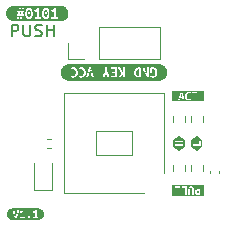
<source format=gbr>
%TF.GenerationSoftware,KiCad,Pcbnew,6.0.7+dfsg-1~bpo11+1*%
%TF.CreationDate,2022-09-24T09:45:49+00:00*%
%TF.ProjectId,0101-PUSH,30313031-2d50-4555-9348-2e6b69636164,V1.1*%
%TF.SameCoordinates,Original*%
%TF.FileFunction,Legend,Top*%
%TF.FilePolarity,Positive*%
%FSLAX46Y46*%
G04 Gerber Fmt 4.6, Leading zero omitted, Abs format (unit mm)*
G04 Created by KiCad (PCBNEW 6.0.7+dfsg-1~bpo11+1) date 2022-09-24 09:45:49*
%MOMM*%
%LPD*%
G01*
G04 APERTURE LIST*
%ADD10C,0.150000*%
%ADD11C,0.120000*%
G04 APERTURE END LIST*
D10*
X1135595Y16347620D02*
X1135595Y17347620D01*
X1516547Y17347620D01*
X1611785Y17300000D01*
X1659404Y17252381D01*
X1707023Y17157143D01*
X1707023Y17014286D01*
X1659404Y16919048D01*
X1611785Y16871429D01*
X1516547Y16823810D01*
X1135595Y16823810D01*
X2135595Y17347620D02*
X2135595Y16538096D01*
X2183214Y16442858D01*
X2230833Y16395239D01*
X2326071Y16347620D01*
X2516547Y16347620D01*
X2611785Y16395239D01*
X2659404Y16442858D01*
X2707023Y16538096D01*
X2707023Y17347620D01*
X3135595Y16395239D02*
X3278452Y16347620D01*
X3516547Y16347620D01*
X3611785Y16395239D01*
X3659404Y16442858D01*
X3707023Y16538096D01*
X3707023Y16633334D01*
X3659404Y16728572D01*
X3611785Y16776191D01*
X3516547Y16823810D01*
X3326071Y16871429D01*
X3230833Y16919048D01*
X3183214Y16966667D01*
X3135595Y17061905D01*
X3135595Y17157143D01*
X3183214Y17252381D01*
X3230833Y17300000D01*
X3326071Y17347620D01*
X3564166Y17347620D01*
X3707023Y17300000D01*
X4135595Y16347620D02*
X4135595Y17347620D01*
X4135595Y16871429D02*
X4707023Y16871429D01*
X4707023Y16347620D02*
X4707023Y17347620D01*
D11*
%TO.C,C1*%
X18660000Y4772164D02*
X18660000Y4987836D01*
X17940000Y4772164D02*
X17940000Y4987836D01*
%TO.C,D1*%
X3065000Y3315000D02*
X4535000Y3315000D01*
X4535000Y3315000D02*
X4535000Y5600000D01*
X3065000Y5600000D02*
X3065000Y3315000D01*
%TO.C,J1*%
X8530000Y14470000D02*
X13670000Y14470000D01*
X13670000Y14470000D02*
X13670000Y17130000D01*
X7260000Y14470000D02*
X5930000Y14470000D01*
X8530000Y17130000D02*
X13670000Y17130000D01*
X8530000Y14470000D02*
X8530000Y17130000D01*
X5930000Y14470000D02*
X5930000Y15800000D01*
%TO.C,R1*%
X14777500Y5462258D02*
X14777500Y4987742D01*
X15822500Y5462258D02*
X15822500Y4987742D01*
%TO.C,R2*%
X16277500Y4987742D02*
X16277500Y5462258D01*
X17322500Y4987742D02*
X17322500Y5462258D01*
%TO.C,R3*%
X15822500Y9137742D02*
X15822500Y9612258D01*
X14777500Y9137742D02*
X14777500Y9612258D01*
%TO.C,R4*%
X17322500Y9612258D02*
X17322500Y9137742D01*
X16277500Y9612258D02*
X16277500Y9137742D01*
%TO.C,R5*%
X4156359Y7680000D02*
X4463641Y7680000D01*
X4156359Y6920000D02*
X4463641Y6920000D01*
%TO.C,SW1*%
X5550000Y3050000D02*
X12300000Y3050000D01*
X14050000Y4800000D02*
X14050000Y11550000D01*
X8300000Y8300000D02*
X8300000Y6300000D01*
X5550000Y11550000D02*
X5550000Y3050000D01*
X11300000Y6300000D02*
X11300000Y8300000D01*
X14050000Y11550000D02*
X5550000Y11550000D01*
X11300000Y8300000D02*
X8300000Y8300000D01*
X8300000Y6300000D02*
X11300000Y6300000D01*
%TO.C,kibuzzard-6324301C*%
G36*
X11919868Y13583369D02*
G01*
X11919868Y13022029D01*
X11895579Y13018655D01*
X11871291Y13017981D01*
X11780883Y13041595D01*
X11725558Y13104341D01*
X11697221Y13194749D01*
X11689125Y13300000D01*
X11691655Y13359541D01*
X11699245Y13414022D01*
X11732980Y13503756D01*
X11795051Y13563128D01*
X11890182Y13584718D01*
X11905025Y13584718D01*
X11919868Y13583369D01*
G37*
G36*
X13654372Y14013516D02*
G01*
X13723971Y14003192D01*
X13792222Y13986096D01*
X13858469Y13962392D01*
X13922074Y13932309D01*
X13982423Y13896137D01*
X14038937Y13854224D01*
X14091070Y13806973D01*
X14138321Y13754840D01*
X14180234Y13698326D01*
X14216407Y13637976D01*
X14246489Y13574372D01*
X14270193Y13508125D01*
X14287289Y13439874D01*
X14297613Y13370275D01*
X14301065Y13300000D01*
X14297613Y13229725D01*
X14287289Y13160126D01*
X14270193Y13091875D01*
X14246489Y13025628D01*
X14216407Y12962024D01*
X14180234Y12901674D01*
X14138321Y12845160D01*
X14091070Y12793027D01*
X14038937Y12745776D01*
X13982423Y12703863D01*
X13922074Y12667691D01*
X13858469Y12637608D01*
X13792222Y12613904D01*
X13723971Y12596808D01*
X13654372Y12586484D01*
X13584097Y12583032D01*
X6015903Y12583032D01*
X5945628Y12586484D01*
X5876029Y12596808D01*
X5807778Y12613904D01*
X5741531Y12637608D01*
X5677926Y12667691D01*
X5617577Y12703863D01*
X5561063Y12745776D01*
X5508930Y12793027D01*
X5461679Y12845160D01*
X5419766Y12901674D01*
X5383593Y12962024D01*
X5353511Y13025628D01*
X5329807Y13091875D01*
X5312711Y13160126D01*
X5302387Y13229725D01*
X5298935Y13300000D01*
X5302387Y13370275D01*
X5312711Y13439874D01*
X5329807Y13508125D01*
X5353511Y13574372D01*
X5383593Y13637976D01*
X5407478Y13677825D01*
X6128351Y13677825D01*
X6170181Y13546936D01*
X6238325Y13576622D01*
X6345600Y13591465D01*
X6441912Y13572405D01*
X6506850Y13515225D01*
X6534213Y13456977D01*
X6550630Y13383886D01*
X6556103Y13295952D01*
X6551548Y13220387D01*
X6537886Y13158316D01*
X6490658Y13069932D01*
X6424538Y13022703D01*
X6348299Y13008535D01*
X6247770Y13022703D01*
X6172880Y13057112D01*
X6129700Y12924874D01*
X6157362Y12908681D01*
X6202566Y12888441D01*
X6265312Y12871573D01*
X6345600Y12864152D01*
X6424707Y12871405D01*
X6497405Y12893163D01*
X6562175Y12928922D01*
X6617499Y12978174D01*
X6662534Y13040414D01*
X6696438Y13115136D01*
X6717690Y13201833D01*
X6724774Y13300000D01*
X6718955Y13398589D01*
X6701498Y13485202D01*
X6672402Y13559839D01*
X6631668Y13622501D01*
X6568967Y13677825D01*
X6803038Y13677825D01*
X6844869Y13546936D01*
X6913012Y13576622D01*
X7020288Y13591465D01*
X7116599Y13572405D01*
X7181538Y13515225D01*
X7208900Y13456977D01*
X7225318Y13383886D01*
X7230790Y13295952D01*
X7226236Y13220387D01*
X7212573Y13158316D01*
X7165345Y13069932D01*
X7099226Y13022703D01*
X7022986Y13008535D01*
X6922458Y13022703D01*
X6847568Y13057112D01*
X6804388Y12924874D01*
X6832050Y12908681D01*
X6877254Y12888441D01*
X6940000Y12871573D01*
X7020288Y12864152D01*
X7099395Y12871405D01*
X7138279Y12883043D01*
X7452088Y12883043D01*
X7626157Y12883043D01*
X7638301Y12953211D01*
X7653144Y13034173D01*
X7670012Y13121714D01*
X7688228Y13211616D01*
X7707794Y13302024D01*
X7728709Y13391083D01*
X7750299Y13474575D01*
X7771889Y13548285D01*
X7793648Y13473563D01*
X7815744Y13389733D01*
X7837334Y13300675D01*
X7857575Y13210267D01*
X7876297Y13120533D01*
X7893333Y13033498D01*
X7907502Y12953042D01*
X7917622Y12883043D01*
X8093041Y12883043D01*
X8801463Y12883043D01*
X8972833Y12883043D01*
X9005893Y12980198D01*
X9024447Y13033836D01*
X9043675Y13086799D01*
X9082807Y13186652D01*
X9117216Y13264916D01*
X9157023Y13177038D01*
X9195480Y13080727D01*
X9231576Y12981041D01*
X9264298Y12883043D01*
X9442416Y12883043D01*
X9407707Y12973376D01*
X9371948Y13060861D01*
X9335140Y13145497D01*
X9295784Y13229383D01*
X9252379Y13314618D01*
X9204926Y13401203D01*
X9204926Y13580670D01*
X9513933Y13580670D01*
X9883661Y13580670D01*
X9883661Y13345879D01*
X9588148Y13345879D01*
X9588148Y13208242D01*
X9883661Y13208242D01*
X9883661Y13020679D01*
X9543619Y13020679D01*
X9543619Y12883043D01*
X10049634Y12883043D01*
X10049634Y13718306D01*
X10149488Y13718306D01*
X10171415Y13658090D01*
X10199415Y13596188D01*
X10232306Y13534117D01*
X10268908Y13473395D01*
X10308546Y13415203D01*
X10350545Y13360722D01*
X10393388Y13311132D01*
X10435556Y13267615D01*
X10394568Y13218025D01*
X10355268Y13166412D01*
X10317991Y13114292D01*
X10283076Y13063185D01*
X10251197Y13013595D01*
X10223029Y12966030D01*
X10177825Y12883043D01*
X10365388Y12883043D01*
X10405869Y12964006D01*
X10459170Y13054414D01*
X10520566Y13146171D01*
X10582638Y13229832D01*
X10582638Y12883043D01*
X10748611Y12883043D01*
X10748611Y13300000D01*
X11520453Y13300000D01*
X11527031Y13194917D01*
X11546766Y13106365D01*
X11578308Y13033161D01*
X11620307Y12974126D01*
X11672764Y12929091D01*
X11735678Y12897886D01*
X11807364Y12879670D01*
X11886134Y12873597D01*
X11979241Y12877646D01*
X12014772Y12883043D01*
X12220779Y12883043D01*
X12370559Y12883043D01*
X12370559Y13397155D01*
X12394342Y13344529D01*
X12422510Y13283807D01*
X12454221Y13218025D01*
X12488630Y13150219D01*
X12524894Y13081233D01*
X12562171Y13011908D01*
X12599953Y12944946D01*
X12637736Y12883043D01*
X12771324Y12883043D01*
X12771324Y12924874D01*
X12881973Y12924874D01*
X12909635Y12908681D01*
X12956188Y12888441D01*
X13022982Y12871573D01*
X13110017Y12864152D01*
X13183220Y12871067D01*
X13251701Y12891814D01*
X13313435Y12926392D01*
X13366398Y12974801D01*
X13409915Y13036703D01*
X13443313Y13111762D01*
X13464565Y13199640D01*
X13471649Y13300000D01*
X13465577Y13401372D01*
X13447361Y13489587D01*
X13418012Y13564478D01*
X13378543Y13625874D01*
X13329459Y13673777D01*
X13271267Y13708186D01*
X13204642Y13728933D01*
X13130258Y13735848D01*
X13047777Y13732475D01*
X12978453Y13722354D01*
X12886021Y13698066D01*
X12886021Y13281109D01*
X13051994Y13281109D01*
X13051994Y13586067D01*
X13084379Y13590116D01*
X13116764Y13591465D01*
X13197389Y13573754D01*
X13255749Y13520623D01*
X13281987Y13464624D01*
X13297730Y13391083D01*
X13302978Y13300000D01*
X13300110Y13238097D01*
X13291508Y13181930D01*
X13253725Y13090172D01*
X13186931Y13030125D01*
X13087078Y13008535D01*
X12998019Y13023378D01*
X12925153Y13057112D01*
X12881973Y12924874D01*
X12771324Y12924874D01*
X12771324Y13718306D01*
X12621543Y13718306D01*
X12621543Y13163713D01*
X12571391Y13256295D01*
X12523489Y13348727D01*
X12477835Y13441010D01*
X12434430Y13533292D01*
X12393274Y13625724D01*
X12354367Y13718306D01*
X12220779Y13718306D01*
X12220779Y12883043D01*
X12014772Y12883043D01*
X12085841Y12893838D01*
X12085841Y13708861D01*
X11994758Y13724378D01*
X11907724Y13729101D01*
X11826255Y13723198D01*
X11751871Y13705487D01*
X11685920Y13674958D01*
X11629753Y13630597D01*
X11584042Y13571730D01*
X11549465Y13497683D01*
X11527706Y13407444D01*
X11520453Y13300000D01*
X10748611Y13300000D01*
X10748611Y13718306D01*
X10582638Y13718306D01*
X10582638Y13336433D01*
X10511795Y13412673D01*
X10475531Y13459564D01*
X10440953Y13509828D01*
X10408737Y13562453D01*
X10379557Y13616428D01*
X10337051Y13718306D01*
X10149488Y13718306D01*
X10049634Y13718306D01*
X9513933Y13718306D01*
X9513933Y13580670D01*
X9204926Y13580670D01*
X9204926Y13718306D01*
X9037603Y13718306D01*
X9037603Y13399854D01*
X9001170Y13334578D01*
X8967436Y13270988D01*
X8936063Y13208074D01*
X8906714Y13144822D01*
X8879052Y13081064D01*
X8852739Y13016631D01*
X8827101Y12950849D01*
X8801463Y12883043D01*
X8093041Y12883043D01*
X8077523Y12958608D01*
X8055258Y13053064D01*
X8037416Y13123757D01*
X8018075Y13197298D01*
X7997235Y13273687D01*
X7975195Y13351576D01*
X7952256Y13429615D01*
X7928417Y13507804D01*
X7892996Y13619127D01*
X7859599Y13718306D01*
X7688228Y13718306D01*
X7662440Y13646415D01*
X7637252Y13572874D01*
X7612663Y13497683D01*
X7589049Y13422118D01*
X7566784Y13347453D01*
X7545869Y13273687D01*
X7517195Y13166243D01*
X7491894Y13063859D01*
X7470135Y12968728D01*
X7452088Y12883043D01*
X7138279Y12883043D01*
X7172092Y12893163D01*
X7236862Y12928922D01*
X7292187Y12978174D01*
X7337222Y13040414D01*
X7371125Y13115136D01*
X7392378Y13201833D01*
X7399462Y13300000D01*
X7393643Y13398589D01*
X7376185Y13485202D01*
X7347089Y13559839D01*
X7306355Y13622501D01*
X7234988Y13685471D01*
X7145030Y13723254D01*
X7036480Y13735848D01*
X6962770Y13731294D01*
X6898169Y13717632D01*
X6803038Y13677825D01*
X6568967Y13677825D01*
X6560301Y13685471D01*
X6470342Y13723254D01*
X6361793Y13735848D01*
X6288083Y13731294D01*
X6223482Y13717632D01*
X6128351Y13677825D01*
X5407478Y13677825D01*
X5419766Y13698326D01*
X5461679Y13754840D01*
X5508930Y13806973D01*
X5561063Y13854224D01*
X5617577Y13896137D01*
X5677926Y13932309D01*
X5741531Y13962392D01*
X5807778Y13986096D01*
X5876029Y14003192D01*
X5945628Y14013516D01*
X6015903Y14016968D01*
X13584097Y14016968D01*
X13654372Y14013516D01*
G37*
%TO.C,kibuzzard-631DDDB8*%
G36*
X4030806Y17989961D02*
G01*
X3967583Y18009785D01*
X3920792Y18069257D01*
X3899361Y18130296D01*
X3886502Y18207687D01*
X3882216Y18301429D01*
X3882875Y18315716D01*
X3952224Y18315716D01*
X3973656Y18249279D01*
X4032234Y18221419D01*
X4088670Y18249279D01*
X4110816Y18315716D01*
X4088670Y18382867D01*
X4032234Y18411442D01*
X3973656Y18382867D01*
X3952224Y18315716D01*
X3882875Y18315716D01*
X3886502Y18394377D01*
X3899361Y18471291D01*
X3920792Y18532172D01*
X3967583Y18591644D01*
X4030806Y18611467D01*
X4094921Y18591644D01*
X4141534Y18532172D01*
X4162568Y18471291D01*
X4175189Y18394377D01*
X4179396Y18301429D01*
X4175189Y18207687D01*
X4162568Y18130296D01*
X4141534Y18069257D01*
X4094921Y18009785D01*
X4032234Y17990403D01*
X4030806Y17989961D01*
G37*
G36*
X2602056Y17989961D02*
G01*
X2538833Y18009785D01*
X2492042Y18069257D01*
X2470611Y18130296D01*
X2457752Y18207687D01*
X2453466Y18301429D01*
X2454125Y18315716D01*
X2523474Y18315716D01*
X2544906Y18249279D01*
X2603484Y18221419D01*
X2659920Y18249279D01*
X2682066Y18315716D01*
X2659920Y18382867D01*
X2603484Y18411442D01*
X2544906Y18382867D01*
X2523474Y18315716D01*
X2454125Y18315716D01*
X2457752Y18394377D01*
X2470611Y18471291D01*
X2492042Y18532172D01*
X2538833Y18591644D01*
X2602056Y18611467D01*
X2666171Y18591644D01*
X2712784Y18532172D01*
X2733818Y18471291D01*
X2746439Y18394377D01*
X2750646Y18301429D01*
X2746439Y18207687D01*
X2733818Y18130296D01*
X2712784Y18069257D01*
X2666171Y18009785D01*
X2603484Y17990403D01*
X2602056Y17989961D01*
G37*
G36*
X1238003Y17663002D02*
G01*
X1175869Y17672219D01*
X1114937Y17687482D01*
X1055794Y17708643D01*
X999011Y17735500D01*
X945133Y17767793D01*
X894680Y17805211D01*
X848137Y17847395D01*
X805954Y17893938D01*
X768535Y17944391D01*
X736242Y17998268D01*
X709385Y18055052D01*
X702002Y18075686D01*
X1556211Y18075686D01*
X1641936Y18075686D01*
X1600502Y17857087D01*
X1746234Y17857087D01*
X1786239Y18075686D01*
X1900539Y18075686D01*
X1859106Y17857087D01*
X2004838Y17857087D01*
X2046272Y18075686D01*
X2220579Y18075686D01*
X2220579Y18221419D01*
X2073418Y18221419D01*
X2088693Y18301429D01*
X2294874Y18301429D01*
X2299786Y18191772D01*
X2314520Y18097117D01*
X2339076Y18017465D01*
X2373456Y17952814D01*
X2433781Y17889314D01*
X2509981Y17851214D01*
X2602056Y17838514D01*
X2694131Y17851214D01*
X2770331Y17889314D01*
X2830656Y17952814D01*
X2865035Y18017465D01*
X2889592Y18097117D01*
X2904326Y18191772D01*
X2909237Y18301429D01*
X2904326Y18410416D01*
X2889592Y18504490D01*
X2873248Y18557175D01*
X3027823Y18557175D01*
X3084973Y18411442D01*
X3172127Y18446447D01*
X3263567Y18497167D01*
X3263567Y18002820D01*
X3077829Y18002820D01*
X3077829Y17857087D01*
X3615039Y17857087D01*
X3615039Y18002820D01*
X3439303Y18002820D01*
X3439303Y18301429D01*
X3723624Y18301429D01*
X3728536Y18191772D01*
X3743270Y18097117D01*
X3767826Y18017465D01*
X3802206Y17952814D01*
X3862531Y17889314D01*
X3938731Y17851214D01*
X4030806Y17838514D01*
X4122881Y17851214D01*
X4199081Y17889314D01*
X4259406Y17952814D01*
X4293785Y18017465D01*
X4318342Y18097117D01*
X4333076Y18191772D01*
X4337987Y18301429D01*
X4333076Y18410416D01*
X4318342Y18504490D01*
X4301998Y18557175D01*
X4456573Y18557175D01*
X4513723Y18411442D01*
X4600877Y18446447D01*
X4692317Y18497167D01*
X4692317Y18002820D01*
X4506579Y18002820D01*
X4506579Y17857087D01*
X5043789Y17857087D01*
X5043789Y18002820D01*
X4868053Y18002820D01*
X4868053Y18741484D01*
X4748038Y18741484D01*
X4686602Y18685762D01*
X4610878Y18634328D01*
X4530868Y18590036D01*
X4456573Y18557175D01*
X4301998Y18557175D01*
X4293785Y18583652D01*
X4259406Y18647901D01*
X4199081Y18711004D01*
X4122881Y18748866D01*
X4030806Y18761486D01*
X3940159Y18748786D01*
X3864436Y18710686D01*
X3803634Y18647186D01*
X3768630Y18582714D01*
X3743627Y18503597D01*
X3728625Y18409835D01*
X3723624Y18301429D01*
X3439303Y18301429D01*
X3439303Y18741484D01*
X3319288Y18741484D01*
X3257852Y18685762D01*
X3182128Y18634328D01*
X3102118Y18590036D01*
X3027823Y18557175D01*
X2873248Y18557175D01*
X2865035Y18583652D01*
X2830656Y18647901D01*
X2770331Y18711004D01*
X2694131Y18748866D01*
X2602056Y18761486D01*
X2511409Y18748786D01*
X2435686Y18710686D01*
X2374884Y18647186D01*
X2339880Y18582714D01*
X2314877Y18503597D01*
X2299875Y18409835D01*
X2294874Y18301429D01*
X2088693Y18301429D01*
X2103422Y18378581D01*
X2220579Y18378581D01*
X2220579Y18524314D01*
X2131997Y18524314D01*
X2173431Y18741484D01*
X2027698Y18741484D01*
X1986264Y18524314D01*
X1871964Y18524314D01*
X1914827Y18741484D01*
X1769094Y18741484D01*
X1727661Y18524314D01*
X1556211Y18524314D01*
X1556211Y18378581D01*
X1699086Y18378581D01*
X1669082Y18221419D01*
X1556211Y18221419D01*
X1556211Y18075686D01*
X702002Y18075686D01*
X688224Y18114195D01*
X672961Y18175127D01*
X663744Y18237261D01*
X660662Y18300000D01*
X663744Y18362739D01*
X672961Y18424873D01*
X688224Y18485805D01*
X709385Y18544948D01*
X736242Y18601732D01*
X768535Y18655609D01*
X805954Y18706062D01*
X848137Y18752605D01*
X894680Y18794789D01*
X945133Y18832207D01*
X999011Y18864500D01*
X1055794Y18891357D01*
X1114937Y18912518D01*
X1175869Y18927781D01*
X1238003Y18936998D01*
X1300742Y18940080D01*
X5299258Y18940080D01*
X5361997Y18936998D01*
X5424131Y18927781D01*
X5485063Y18912518D01*
X5544206Y18891357D01*
X5600989Y18864500D01*
X5654867Y18832207D01*
X5705320Y18794789D01*
X5751863Y18752605D01*
X5794046Y18706062D01*
X5831465Y18655609D01*
X5863758Y18601732D01*
X5890615Y18544948D01*
X5911776Y18485805D01*
X5927039Y18424873D01*
X5936256Y18362739D01*
X5939338Y18300000D01*
X5936256Y18237261D01*
X5927039Y18175127D01*
X5911776Y18114195D01*
X5890615Y18055052D01*
X5863758Y17998268D01*
X5831465Y17944391D01*
X5794046Y17893938D01*
X5751863Y17847395D01*
X5705320Y17805211D01*
X5654867Y17767793D01*
X5600989Y17735500D01*
X5544206Y17708643D01*
X5485063Y17687482D01*
X5424131Y17672219D01*
X5361997Y17663002D01*
X5299258Y17659920D01*
X1300742Y17659920D01*
X1238003Y17663002D01*
G37*
G36*
X1929114Y18221419D02*
G01*
X1814814Y18221419D01*
X1844818Y18378581D01*
X1957689Y18378581D01*
X1929114Y18221419D01*
G37*
%TO.C,kibuzzard-63243468*%
G36*
X16800000Y6678219D02*
G01*
X16317162Y7000111D01*
X16317162Y7083862D01*
X16456068Y7083862D01*
X17143932Y7083862D01*
X17143932Y7516138D01*
X17030584Y7516138D01*
X17030584Y7221657D01*
X16456068Y7221657D01*
X16456068Y7083862D01*
X16317162Y7083862D01*
X16317162Y7599889D01*
X16800000Y7921781D01*
X17282838Y7599889D01*
X17282838Y7000111D01*
X16800000Y6678219D01*
G37*
%TO.C,kibuzzard-63243779*%
G36*
X17399499Y2852351D02*
G01*
X14700501Y2852351D01*
X14700501Y3527251D01*
X14990979Y3527251D01*
X15285460Y3527251D01*
X15285460Y2952734D01*
X15423255Y2952734D01*
X15423255Y3527251D01*
X15546604Y3527251D01*
X15841085Y3527251D01*
X15841085Y2952734D01*
X15978880Y2952734D01*
X16101118Y2952734D01*
X16237801Y2952734D01*
X16237801Y3381677D01*
X16242246Y3454464D01*
X16257804Y3502248D01*
X16287808Y3528362D01*
X16335591Y3536141D01*
X16383375Y3528362D01*
X16412823Y3502803D01*
X16427825Y3455575D01*
X16432270Y3382788D01*
X16432270Y2952734D01*
X16570065Y2952734D01*
X16570065Y3174984D01*
X16644519Y3174984D01*
X16652544Y3101086D01*
X16676622Y3042375D01*
X16716750Y2998851D01*
X16771448Y2968909D01*
X16839234Y2950944D01*
X16920109Y2944956D01*
X16963448Y2946067D01*
X17013454Y2948845D01*
X17064016Y2953846D01*
X17109021Y2961624D01*
X17109021Y3640598D01*
X16972338Y3640598D01*
X16972338Y3408347D01*
X16923443Y3408347D01*
X16841272Y3402235D01*
X16772559Y3383899D01*
X16717306Y3353340D01*
X16676868Y3309075D01*
X16652606Y3249623D01*
X16644519Y3174984D01*
X16570065Y3174984D01*
X16570065Y3391678D01*
X16567287Y3448908D01*
X16558953Y3500581D01*
X16543951Y3545864D01*
X16521170Y3583924D01*
X16449494Y3636709D01*
X16399071Y3650460D01*
X16337814Y3655044D01*
X16275584Y3650460D01*
X16224466Y3636709D01*
X16183350Y3614345D01*
X16151124Y3583924D01*
X16127510Y3545864D01*
X16112230Y3500581D01*
X16103896Y3448908D01*
X16101118Y3391678D01*
X16101118Y2952734D01*
X15978880Y2952734D01*
X15978880Y3640598D01*
X15546604Y3640598D01*
X15546604Y3527251D01*
X15423255Y3527251D01*
X15423255Y3640598D01*
X14990979Y3640598D01*
X14990979Y3527251D01*
X14700501Y3527251D01*
X14700501Y3747649D01*
X17399499Y3747649D01*
X17399499Y2852351D01*
G37*
G36*
X16972338Y3067193D02*
G01*
X16938444Y3064415D01*
X16904551Y3063859D01*
X16855517Y3070110D01*
X16817318Y3088863D01*
X16792732Y3122617D01*
X16784536Y3173873D01*
X16792871Y3227908D01*
X16817874Y3263329D01*
X16859268Y3282915D01*
X16916775Y3289443D01*
X16972338Y3289443D01*
X16972338Y3067193D01*
G37*
%TO.C,kibuzzard-632ECE43*%
G36*
X1170736Y813404D02*
G01*
X1123272Y820445D01*
X1076726Y832104D01*
X1031548Y848269D01*
X988172Y868785D01*
X947015Y893453D01*
X908475Y922037D01*
X872921Y954260D01*
X840698Y989813D01*
X812114Y1028354D01*
X787446Y1069511D01*
X766930Y1112887D01*
X750765Y1158065D01*
X739106Y1204611D01*
X732066Y1252075D01*
X729711Y1300000D01*
X732066Y1347925D01*
X739106Y1395389D01*
X750765Y1441935D01*
X766930Y1487113D01*
X787446Y1530489D01*
X812114Y1571646D01*
X840698Y1610187D01*
X872921Y1645740D01*
X877670Y1650044D01*
X1218754Y1650044D01*
X1231533Y1587814D01*
X1249869Y1510026D01*
X1264562Y1451809D01*
X1280490Y1391246D01*
X1297653Y1328337D01*
X1315803Y1264193D01*
X1334694Y1199926D01*
X1354326Y1135535D01*
X1383497Y1043857D01*
X1411000Y962180D01*
X1552129Y962180D01*
X1573366Y1021385D01*
X1594109Y1081948D01*
X1614359Y1143869D01*
X1633806Y1206099D01*
X1652141Y1267589D01*
X1669366Y1328337D01*
X1692980Y1416820D01*
X1713816Y1501136D01*
X1715087Y1506693D01*
X1813273Y1506693D01*
X1857723Y1393345D01*
X1925509Y1420571D01*
X1996629Y1460020D01*
X1996629Y1075528D01*
X1852166Y1075528D01*
X1852166Y962180D01*
X2269996Y962180D01*
X2269996Y1049969D01*
X2494469Y1049969D01*
X2502803Y1007186D01*
X2525028Y976071D01*
X2556699Y956624D01*
X2594481Y949956D01*
X2663379Y975515D01*
X2693383Y1049969D01*
X2663379Y1122200D01*
X2594481Y1147759D01*
X2556699Y1141091D01*
X2525028Y1122200D01*
X2502803Y1091641D01*
X2494469Y1049969D01*
X2269996Y1049969D01*
X2269996Y1075528D01*
X2133313Y1075528D01*
X2133313Y1506693D01*
X2924523Y1506693D01*
X2968973Y1393345D01*
X3036759Y1420571D01*
X3107879Y1460020D01*
X3107879Y1075528D01*
X2963416Y1075528D01*
X2963416Y962180D01*
X3381246Y962180D01*
X3381246Y1075528D01*
X3244563Y1075528D01*
X3244563Y1650044D01*
X3151218Y1650044D01*
X3103434Y1606705D01*
X3044538Y1566700D01*
X2982308Y1532251D01*
X2924523Y1506693D01*
X2133313Y1506693D01*
X2133313Y1650044D01*
X2039968Y1650044D01*
X1992184Y1606705D01*
X1933288Y1566700D01*
X1871058Y1532251D01*
X1813273Y1506693D01*
X1715087Y1506693D01*
X1731735Y1579479D01*
X1746598Y1650044D01*
X1603246Y1650044D01*
X1593245Y1592259D01*
X1581021Y1525584D01*
X1567131Y1453491D01*
X1552129Y1379454D01*
X1536016Y1305001D01*
X1518791Y1231658D01*
X1501011Y1162900D01*
X1483231Y1102198D01*
X1465312Y1163733D01*
X1447116Y1232769D01*
X1429336Y1306112D01*
X1412667Y1380566D01*
X1397248Y1454464D01*
X1383219Y1526139D01*
X1371551Y1592398D01*
X1363216Y1650044D01*
X1218754Y1650044D01*
X877670Y1650044D01*
X908475Y1677963D01*
X947015Y1706547D01*
X988172Y1731215D01*
X1031548Y1751731D01*
X1076726Y1767896D01*
X1123272Y1779555D01*
X1170736Y1786596D01*
X1218661Y1788950D01*
X3381339Y1788950D01*
X3429264Y1786596D01*
X3476728Y1779555D01*
X3523274Y1767896D01*
X3568452Y1751731D01*
X3611828Y1731215D01*
X3652985Y1706547D01*
X3691525Y1677963D01*
X3727079Y1645740D01*
X3759302Y1610187D01*
X3787886Y1571646D01*
X3812554Y1530489D01*
X3833070Y1487113D01*
X3849235Y1441935D01*
X3860894Y1395389D01*
X3867934Y1347925D01*
X3870289Y1300000D01*
X3867934Y1252075D01*
X3860894Y1204611D01*
X3849235Y1158065D01*
X3833070Y1112887D01*
X3812554Y1069511D01*
X3787886Y1028354D01*
X3759302Y989813D01*
X3727079Y954260D01*
X3691525Y922037D01*
X3652985Y893453D01*
X3611828Y868785D01*
X3568452Y848269D01*
X3523274Y832104D01*
X3476728Y820445D01*
X3429264Y813404D01*
X3381339Y811050D01*
X1218661Y811050D01*
X1170736Y813404D01*
G37*
%TO.C,kibuzzard-63243463*%
G36*
X15300000Y6678219D02*
G01*
X14817162Y7000111D01*
X14817162Y7527806D01*
X14956068Y7527806D01*
X14956068Y7391122D01*
X15227213Y7391122D01*
X15227213Y7208877D01*
X14956068Y7208877D01*
X14956068Y7072194D01*
X15643932Y7072194D01*
X15643932Y7208877D01*
X15340561Y7208877D01*
X15340561Y7391122D01*
X15643932Y7391122D01*
X15643932Y7527806D01*
X14956068Y7527806D01*
X14817162Y7527806D01*
X14817162Y7599889D01*
X15300000Y7921781D01*
X15782838Y7599889D01*
X15782838Y7000111D01*
X15300000Y6678219D01*
G37*
%TO.C,kibuzzard-63243772*%
G36*
X14700501Y11751538D02*
G01*
X17399499Y11751538D01*
X17399499Y10848462D01*
X14700501Y10848462D01*
X14700501Y10955513D01*
X15235454Y10955513D01*
X15377694Y10955513D01*
X15408809Y11114421D01*
X15592165Y11114421D01*
X15624391Y10955513D01*
X15771076Y10955513D01*
X15752741Y11033500D01*
X15734183Y11109221D01*
X15715403Y11182674D01*
X15696400Y11253861D01*
X15683530Y11300000D01*
X15811081Y11300000D01*
X15815874Y11218809D01*
X15830250Y11147481D01*
X15854212Y11086015D01*
X15887758Y11034411D01*
X15946530Y10982553D01*
X16020614Y10951438D01*
X16110008Y10941066D01*
X16170710Y10944817D01*
X16223911Y10956068D01*
X16302254Y10988850D01*
X16267805Y11096641D01*
X16211687Y11072194D01*
X16123343Y11059970D01*
X16044027Y11075666D01*
X15990548Y11122756D01*
X15968014Y11170725D01*
X15954494Y11230917D01*
X15949988Y11303334D01*
X15953738Y11365564D01*
X15964989Y11416681D01*
X16003883Y11489468D01*
X16058334Y11528362D01*
X16121120Y11540030D01*
X16203908Y11528362D01*
X16265583Y11500025D01*
X16275380Y11530029D01*
X16364484Y11530029D01*
X16545618Y11530029D01*
X16545618Y10955513D01*
X16683413Y10955513D01*
X16683413Y11530029D01*
X16864546Y11530029D01*
X16864546Y11643376D01*
X16364484Y11643376D01*
X16364484Y11530029D01*
X16275380Y11530029D01*
X16301143Y11608928D01*
X16278362Y11622263D01*
X16241135Y11638931D01*
X16189462Y11652822D01*
X16123343Y11658934D01*
X16058195Y11652961D01*
X15998327Y11635042D01*
X15944987Y11605594D01*
X15899426Y11565033D01*
X15862338Y11513777D01*
X15834418Y11452241D01*
X15816915Y11380843D01*
X15811081Y11300000D01*
X15683530Y11300000D01*
X15677176Y11322781D01*
X15652971Y11406367D01*
X15628697Y11487662D01*
X15604354Y11566665D01*
X15579941Y11643376D01*
X15431034Y11643376D01*
X15407489Y11567290D01*
X15383528Y11489051D01*
X15359150Y11408659D01*
X15334355Y11326114D01*
X15314397Y11257773D01*
X15294528Y11186541D01*
X15274748Y11112421D01*
X15255056Y11035411D01*
X15235454Y10955513D01*
X14700501Y10955513D01*
X14700501Y11751538D01*
G37*
G36*
X15522712Y11436128D02*
G01*
X15540492Y11367231D01*
X15555494Y11298889D01*
X15568829Y11227769D01*
X15434368Y11227769D01*
X15448258Y11298889D01*
X15463816Y11367231D01*
X15481596Y11436128D01*
X15502154Y11510026D01*
X15522712Y11436128D01*
G37*
%TD*%
M02*

</source>
